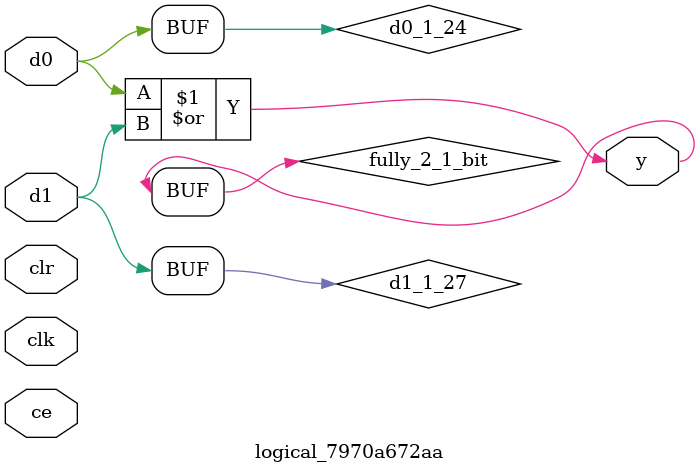
<source format=v>
module logical_7970a672aa (
  input [(1 - 1):0] d0,
  input [(1 - 1):0] d1,
  output [(1 - 1):0] y,
  input clk,
  input ce,
  input clr);
  wire d0_1_24;
  wire d1_1_27;
  wire fully_2_1_bit;
  assign d0_1_24 = d0;
  assign d1_1_27 = d1;
  assign fully_2_1_bit = d0_1_24 | d1_1_27;
  assign y = fully_2_1_bit;
endmodule
</source>
